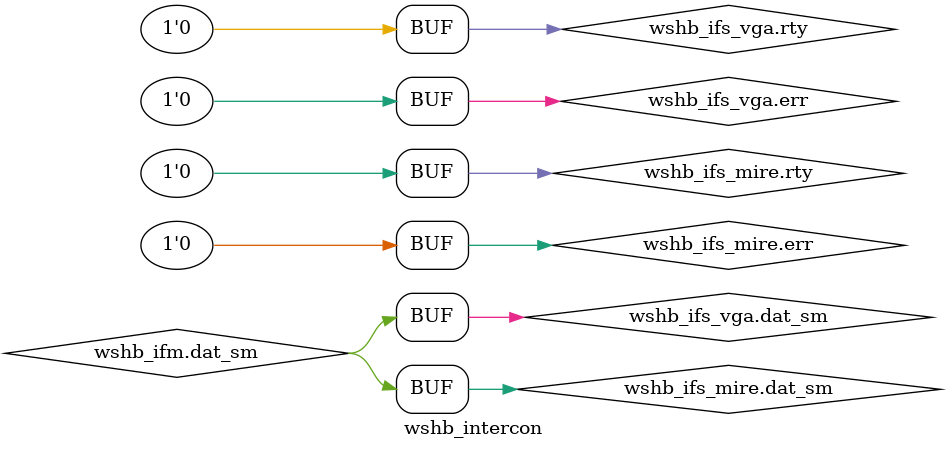
<source format=sv>
module wshb_intercon (
    wshb_if.slave wshb_ifs_vga,
    wshb_if.slave wshb_ifs_mire,
    wshb_if.master wshb_ifm
);

logic jeton;       //Token  

always_ff @(posedge wshb_ifm.clk or posedge wshb_ifm.rst)
begin
    if (wshb_ifm.rst)
    begin
        jeton <= 1;
    end
    else
    begin
        if (jeton && !wshb_ifs_mire.cyc) begin jeton <= 0; end
        else if (!jeton && !wshb_ifs_vga.cyc) begin jeton <= 1; end
    end
end

always_comb
begin
    if (jeton == 1)     //Mire 
    begin
        wshb_ifm.cyc = wshb_ifs_mire.cyc;
        wshb_ifm.stb = wshb_ifs_mire.stb;
        wshb_ifm.adr = wshb_ifs_mire.adr;
        wshb_ifm.we  = wshb_ifs_mire.we;
        wshb_ifm.dat_ms = wshb_ifs_mire.dat_ms;
        wshb_ifm.sel = wshb_ifs_mire.sel;
        wshb_ifm.cti = wshb_ifs_mire.cti;
        wshb_ifm.bte = wshb_ifs_mire.bte;
    end
    else                //VGA   
    begin
        wshb_ifm.cyc = wshb_ifs_vga.cyc;
        wshb_ifm.stb = wshb_ifs_vga.stb;
        wshb_ifm.adr = wshb_ifs_vga.adr;
        wshb_ifm.we  = wshb_ifs_vga.we;
        wshb_ifm.dat_ms = wshb_ifs_vga.dat_ms;
        wshb_ifm.sel = wshb_ifs_vga.sel;
        wshb_ifm.cti = wshb_ifs_vga.cti;
        wshb_ifm.bte = wshb_ifs_vga.bte;
    end
end

assign wshb_ifs_mire.err = 0;
assign wshb_ifs_mire.rty = 0;
assign wshb_ifs_mire.dat_sm = wshb_ifm.dat_sm;
assign wshb_ifs_mire.ack = wshb_ifm.ack && jeton;           //This inside always comb generates a latch

assign wshb_ifs_vga.err = 0;
assign wshb_ifs_vga.rty = 0;
assign wshb_ifs_vga.dat_sm = wshb_ifm.dat_sm;
assign wshb_ifs_vga.ack = wshb_ifm.ack && !jeton;

endmodule
</source>
